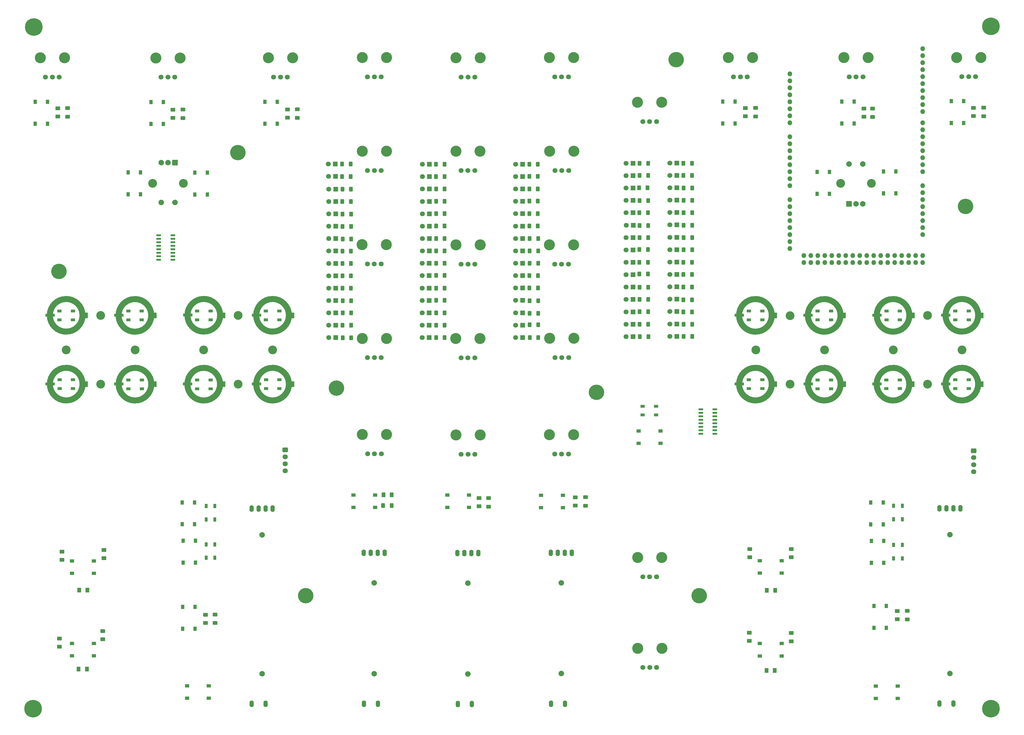
<source format=gts>
%TF.GenerationSoftware,KiCad,Pcbnew,(5.99.0-11071-g7fde05e8ee)*%
%TF.CreationDate,2021-09-22T13:11:59+02:00*%
%TF.ProjectId,Mixduino,4d697864-7569-46e6-9f2e-6b696361645f,rev?*%
%TF.SameCoordinates,Original*%
%TF.FileFunction,Soldermask,Top*%
%TF.FilePolarity,Negative*%
%FSLAX46Y46*%
G04 Gerber Fmt 4.6, Leading zero omitted, Abs format (unit mm)*
G04 Created by KiCad (PCBNEW (5.99.0-11071-g7fde05e8ee)) date 2021-09-22 13:11:59*
%MOMM*%
%LPD*%
G01*
G04 APERTURE LIST*
G04 Aperture macros list*
%AMRoundRect*
0 Rectangle with rounded corners*
0 $1 Rounding radius*
0 $2 $3 $4 $5 $6 $7 $8 $9 X,Y pos of 4 corners*
0 Add a 4 corners polygon primitive as box body*
4,1,4,$2,$3,$4,$5,$6,$7,$8,$9,$2,$3,0*
0 Add four circle primitives for the rounded corners*
1,1,$1+$1,$2,$3*
1,1,$1+$1,$4,$5*
1,1,$1+$1,$6,$7*
1,1,$1+$1,$8,$9*
0 Add four rect primitives between the rounded corners*
20,1,$1+$1,$2,$3,$4,$5,0*
20,1,$1+$1,$4,$5,$6,$7,0*
20,1,$1+$1,$6,$7,$8,$9,0*
20,1,$1+$1,$8,$9,$2,$3,0*%
G04 Aperture macros list end*
%ADD10C,2.200000*%
%ADD11RoundRect,0.250000X-0.625000X0.400000X-0.625000X-0.400000X0.625000X-0.400000X0.625000X0.400000X0*%
%ADD12R,1.800000X1.800000*%
%ADD13C,1.800000*%
%ADD14R,1.300000X1.550000*%
%ADD15C,2.000000*%
%ADD16O,1.600000X2.400000*%
%ADD17O,1.600000X2.462000*%
%ADD18RoundRect,0.250000X0.400000X0.625000X-0.400000X0.625000X-0.400000X-0.625000X0.400000X-0.625000X0*%
%ADD19R,1.500000X1.000000*%
%ADD20R,1.550000X1.300000*%
%ADD21R,3.500000X0.989531*%
%ADD22R,1.000000X2.000000*%
%ADD23RoundRect,0.250000X0.625000X-0.400000X0.625000X0.400000X-0.625000X0.400000X-0.625000X-0.400000X0*%
%ADD24RoundRect,0.150000X-0.725000X-0.150000X0.725000X-0.150000X0.725000X0.150000X-0.725000X0.150000X0*%
%ADD25C,3.600000*%
%ADD26C,6.400000*%
%ADD27C,5.600000*%
%ADD28C,3.200000*%
%ADD29C,4.000000*%
%ADD30RoundRect,0.250000X-0.725000X0.600000X-0.725000X-0.600000X0.725000X-0.600000X0.725000X0.600000X0*%
%ADD31O,1.950000X1.700000*%
%ADD32RoundRect,0.250001X-0.624999X0.462499X-0.624999X-0.462499X0.624999X-0.462499X0.624999X0.462499X0*%
%ADD33RoundRect,0.250001X0.624999X-0.462499X0.624999X0.462499X-0.624999X0.462499X-0.624999X-0.462499X0*%
%ADD34RoundRect,0.250001X-0.462499X-0.624999X0.462499X-0.624999X0.462499X0.624999X-0.462499X0.624999X0*%
%ADD35RoundRect,0.150000X0.725000X0.150000X-0.725000X0.150000X-0.725000X-0.150000X0.725000X-0.150000X0*%
%ADD36R,2.000000X2.000000*%
%ADD37O,1.727200X1.727200*%
%ADD38R,1.000000X1.500000*%
G04 APERTURE END LIST*
D10*
X142930000Y-187030000D02*
G75*
G03*
X142930000Y-187030000I-5939697J0D01*
G01*
X142920000Y-162030000D02*
G75*
G03*
X142920000Y-162030000I-5939697J0D01*
G01*
X167905000Y-162054900D02*
G75*
G03*
X167905000Y-162054900I-5939697J0D01*
G01*
X217925000Y-187044900D02*
G75*
G03*
X217925000Y-187044900I-5939697J0D01*
G01*
X217925000Y-162024900D02*
G75*
G03*
X217925000Y-162024900I-5939697J0D01*
G01*
X418385000Y-162054900D02*
G75*
G03*
X418385000Y-162054900I-5939697J0D01*
G01*
X468405000Y-187034900D02*
G75*
G03*
X468405000Y-187034900I-5939697J0D01*
G01*
X468410000Y-162020000D02*
G75*
G03*
X468410000Y-162020000I-5939697J0D01*
G01*
X443405000Y-162044900D02*
G75*
G03*
X443405000Y-162044900I-5939697J0D01*
G01*
X192905000Y-187054900D02*
G75*
G03*
X192905000Y-187054900I-5939697J0D01*
G01*
X418415000Y-187044900D02*
G75*
G03*
X418415000Y-187044900I-5939697J0D01*
G01*
X443385000Y-187054900D02*
G75*
G03*
X443385000Y-187054900I-5939697J0D01*
G01*
X192940000Y-162010000D02*
G75*
G03*
X192940000Y-162010000I-5939697J0D01*
G01*
X393395000Y-162044900D02*
G75*
G03*
X393395000Y-162044900I-5939697J0D01*
G01*
X167935000Y-187054900D02*
G75*
G03*
X167935000Y-187054900I-5939697J0D01*
G01*
X393400000Y-187040000D02*
G75*
G03*
X393400000Y-187040000I-5939697J0D01*
G01*
D11*
X387500000Y-86650000D03*
X387500000Y-89750000D03*
D12*
X268960200Y-120639200D03*
D13*
X266420200Y-120639200D03*
D14*
X435030000Y-267675000D03*
X435030000Y-275625000D03*
X430530000Y-267675000D03*
X430530000Y-275625000D03*
X179490000Y-243945000D03*
X179490000Y-251895000D03*
X183990000Y-243945000D03*
X183990000Y-251895000D03*
D15*
X248900000Y-292300000D03*
X248900000Y-259300000D03*
D16*
X250170000Y-248368000D03*
X245090000Y-248368000D03*
X247630000Y-248368000D03*
D17*
X252710000Y-248368000D03*
D16*
X245200000Y-303232000D03*
X250280000Y-303232000D03*
D12*
X234904200Y-161154600D03*
D13*
X232364200Y-161154600D03*
D12*
X268960200Y-107139200D03*
D13*
X266420200Y-107139200D03*
D18*
X348364800Y-124699000D03*
X345264800Y-124699000D03*
X308484400Y-165503800D03*
X305384400Y-165503800D03*
X274495437Y-165603800D03*
X271395437Y-165603800D03*
X308434400Y-147603800D03*
X305334400Y-147603800D03*
D12*
X268935200Y-152129200D03*
D13*
X266395200Y-152129200D03*
D19*
X159555000Y-160504900D03*
X159555000Y-163704900D03*
X164455000Y-163704900D03*
X164455000Y-160504900D03*
D20*
X139105000Y-251280000D03*
X147055000Y-251280000D03*
X147055000Y-255780000D03*
X139105000Y-255780000D03*
D12*
X302869600Y-165603800D03*
D13*
X300329600Y-165603800D03*
D12*
X234904200Y-165654600D03*
D13*
X232364200Y-165654600D03*
D21*
X131130000Y-186959531D03*
D22*
X144330000Y-187070000D03*
D18*
X364491200Y-138172000D03*
X361391200Y-138172000D03*
D19*
X346470000Y-195070000D03*
X346470000Y-198270000D03*
X351370000Y-198270000D03*
X351370000Y-195070000D03*
D23*
X442600000Y-272550000D03*
X442600000Y-269450000D03*
D24*
X170625000Y-132955000D03*
X170625000Y-134225000D03*
X170625000Y-135495000D03*
X170625000Y-136765000D03*
X170625000Y-138035000D03*
X170625000Y-139305000D03*
X170625000Y-140575000D03*
X170625000Y-141845000D03*
X175775000Y-141845000D03*
X175775000Y-140575000D03*
X175775000Y-139305000D03*
X175775000Y-138035000D03*
X175775000Y-136765000D03*
X175775000Y-135495000D03*
X175775000Y-134225000D03*
X175775000Y-132955000D03*
D12*
X234904200Y-116154600D03*
D13*
X232364200Y-116154600D03*
D25*
X473000000Y-57000000D03*
D26*
X473000000Y-57000000D03*
D20*
X352955000Y-208580000D03*
X345005000Y-208580000D03*
X352955000Y-204080000D03*
X345005000Y-204080000D03*
D19*
X410065000Y-185510000D03*
X410065000Y-188710000D03*
X414965000Y-188710000D03*
X414965000Y-185510000D03*
D25*
X199390000Y-102870000D03*
D27*
X199390000Y-102870000D03*
D18*
X348464800Y-120299000D03*
X345364800Y-120299000D03*
D28*
X149520000Y-162090000D03*
D18*
X364391200Y-111172000D03*
X361291200Y-111172000D03*
D20*
X309513000Y-227452000D03*
X317463000Y-227452000D03*
X317463000Y-231952000D03*
X309513000Y-231952000D03*
D29*
X136350000Y-68470000D03*
X127550000Y-68470000D03*
D13*
X134450000Y-75470000D03*
X131950000Y-75470000D03*
X129450000Y-75470000D03*
D19*
X134570000Y-160480000D03*
X134570000Y-163680000D03*
X139470000Y-163680000D03*
X139470000Y-160480000D03*
D26*
X125200000Y-57300000D03*
D25*
X125200000Y-57300000D03*
D12*
X302869600Y-143103800D03*
D13*
X300329600Y-143103800D03*
D29*
X210460000Y-68460000D03*
X219260000Y-68460000D03*
D13*
X217360000Y-75460000D03*
X214860000Y-75460000D03*
X212360000Y-75460000D03*
D30*
X216550000Y-210950000D03*
D31*
X216550000Y-213450000D03*
X216550000Y-216030000D03*
X216550000Y-218570000D03*
D14*
X167810000Y-84555000D03*
X167810000Y-92505000D03*
X172310000Y-92505000D03*
X172310000Y-84555000D03*
X433870000Y-238015000D03*
X433870000Y-230065000D03*
X429370000Y-238015000D03*
X429370000Y-230065000D03*
D32*
X439000000Y-269512500D03*
X439000000Y-272487500D03*
D18*
X308484400Y-134103800D03*
X305384400Y-134103800D03*
D33*
X150300000Y-279787500D03*
X150300000Y-276812500D03*
D18*
X308384400Y-125103800D03*
X305284400Y-125103800D03*
D12*
X302869600Y-161103800D03*
D13*
X300329600Y-161103800D03*
D15*
X282980000Y-259370000D03*
X282980000Y-292370000D03*
D16*
X279170000Y-248438000D03*
X284250000Y-248438000D03*
X281710000Y-248438000D03*
D17*
X286790000Y-248438000D03*
D16*
X279280000Y-303302000D03*
X284360000Y-303302000D03*
D12*
X343016600Y-106773600D03*
D13*
X340476600Y-106773600D03*
D32*
X322000000Y-228200000D03*
X322000000Y-231175000D03*
D21*
X131120000Y-161959531D03*
D22*
X144320000Y-162070000D03*
D18*
X240363400Y-111605400D03*
X237263400Y-111605400D03*
D34*
X391612500Y-262000000D03*
X394587500Y-262000000D03*
D33*
X135500000Y-250900000D03*
X135500000Y-247925000D03*
D21*
X156105000Y-161984431D03*
D22*
X169305000Y-162094900D03*
D20*
X180885000Y-296720000D03*
X188835000Y-296720000D03*
X188835000Y-301220000D03*
X180885000Y-301220000D03*
D18*
X274495437Y-156603800D03*
X271395437Y-156603800D03*
D12*
X358907000Y-106672000D03*
D13*
X356367000Y-106672000D03*
D12*
X234904200Y-152154600D03*
D13*
X232364200Y-152154600D03*
D29*
X278600000Y-205550000D03*
X287400000Y-205550000D03*
D13*
X285500000Y-212550000D03*
X283000000Y-212550000D03*
X280500000Y-212550000D03*
D12*
X268935200Y-156629200D03*
D13*
X266395200Y-156629200D03*
D29*
X278610000Y-68440000D03*
X287410000Y-68440000D03*
D13*
X285510000Y-75440000D03*
X283010000Y-75440000D03*
X280510000Y-75440000D03*
D32*
X187600000Y-270900000D03*
X187600000Y-273875000D03*
D12*
X302869600Y-111613800D03*
D13*
X300329600Y-111613800D03*
D28*
X137020000Y-174600000D03*
D18*
X348464800Y-106799000D03*
X345364800Y-106799000D03*
D12*
X234814200Y-107034600D03*
D13*
X232274200Y-107034600D03*
D12*
X302869600Y-138613800D03*
D13*
X300329600Y-138613800D03*
D12*
X358907000Y-120172000D03*
D13*
X356367000Y-120172000D03*
D18*
X240463400Y-116205400D03*
X237363400Y-116205400D03*
D11*
X221000000Y-87150000D03*
X221000000Y-90250000D03*
D18*
X364391200Y-106772000D03*
X361291200Y-106772000D03*
D15*
X458100000Y-241720000D03*
X458100000Y-292220000D03*
D16*
X459370000Y-232220000D03*
X454290000Y-232220000D03*
D17*
X461910000Y-232220000D03*
D16*
X456830000Y-232220000D03*
X459400000Y-303120000D03*
X454320000Y-303120000D03*
D28*
X211980000Y-174570000D03*
D12*
X234904200Y-156654600D03*
D13*
X232364200Y-156654600D03*
D18*
X348464800Y-160699000D03*
X345364800Y-160699000D03*
D21*
X206125000Y-186974431D03*
D22*
X219325000Y-187084900D03*
D33*
X466700000Y-89587500D03*
X466700000Y-86612500D03*
D18*
X348464800Y-151799000D03*
X345364800Y-151799000D03*
D20*
X396975000Y-281320000D03*
X389025000Y-281320000D03*
X396975000Y-285820000D03*
X389025000Y-285820000D03*
D12*
X268935200Y-170129200D03*
D13*
X266395200Y-170129200D03*
D12*
X358907000Y-151672000D03*
D13*
X356367000Y-151672000D03*
D33*
X383800000Y-89687500D03*
X383800000Y-86712500D03*
D14*
X159500000Y-118015000D03*
X159500000Y-110065000D03*
X164000000Y-118015000D03*
X164000000Y-110065000D03*
D35*
X372729200Y-205105000D03*
X372729200Y-203835000D03*
X372729200Y-202565000D03*
X372729200Y-201295000D03*
X372729200Y-200025000D03*
X372729200Y-198755000D03*
X372729200Y-197485000D03*
X372729200Y-196215000D03*
X367579200Y-196215000D03*
X367579200Y-197485000D03*
X367579200Y-198755000D03*
X367579200Y-200025000D03*
X367579200Y-201295000D03*
X367579200Y-202565000D03*
X367579200Y-203835000D03*
X367579200Y-205105000D03*
D29*
X287390000Y-102400000D03*
X278590000Y-102400000D03*
D13*
X285490000Y-109400000D03*
X282990000Y-109400000D03*
X280490000Y-109400000D03*
D12*
X343006600Y-120273600D03*
D13*
X340466600Y-120273600D03*
D29*
X344630000Y-250040000D03*
X353430000Y-250040000D03*
D13*
X351530000Y-257040000D03*
X349030000Y-257040000D03*
X346530000Y-257040000D03*
D18*
X274495437Y-125103800D03*
X271395437Y-125103800D03*
D12*
X234904200Y-143154600D03*
D13*
X232364200Y-143154600D03*
D12*
X268960200Y-116139200D03*
D13*
X266420200Y-116139200D03*
D36*
X421490000Y-121550000D03*
D15*
X426490000Y-121550000D03*
X423990000Y-121550000D03*
D28*
X418390000Y-114050000D03*
X429590000Y-114050000D03*
D15*
X426490000Y-107050000D03*
X421490000Y-107050000D03*
D18*
X274495437Y-134103800D03*
X271395437Y-134103800D03*
D28*
X186980000Y-174580000D03*
D18*
X308384400Y-111503800D03*
X305284400Y-111503800D03*
D28*
X400050000Y-162120000D03*
D12*
X234904200Y-120654600D03*
D13*
X232364200Y-120654600D03*
D12*
X302869600Y-107123800D03*
D13*
X300329600Y-107123800D03*
D18*
X274495437Y-116143800D03*
X271395437Y-116143800D03*
D12*
X268960200Y-138639200D03*
D13*
X266420200Y-138639200D03*
D33*
X217400000Y-90187500D03*
X217400000Y-87212500D03*
D20*
X439145000Y-296744000D03*
X431195000Y-296744000D03*
X439145000Y-301244000D03*
X431195000Y-301244000D03*
D12*
X268935200Y-165629200D03*
D13*
X266395200Y-165629200D03*
D21*
X206125000Y-161954431D03*
D22*
X219325000Y-162064900D03*
D18*
X348564800Y-169799000D03*
X345464800Y-169799000D03*
X364491200Y-165272000D03*
X361391200Y-165272000D03*
D12*
X234904200Y-147654600D03*
D13*
X232364200Y-147654600D03*
D27*
X358648000Y-69088000D03*
D25*
X358648000Y-69088000D03*
D18*
X348364800Y-142799000D03*
X345264800Y-142799000D03*
X240563400Y-134305400D03*
X237463400Y-134305400D03*
D12*
X358907000Y-147172000D03*
D13*
X356367000Y-147172000D03*
D27*
X463804000Y-122428000D03*
D25*
X463804000Y-122428000D03*
D12*
X358907000Y-124672000D03*
D13*
X356367000Y-124672000D03*
D18*
X308384400Y-129603800D03*
X305284400Y-129603800D03*
X364491200Y-129272000D03*
X361391200Y-129272000D03*
D20*
X147025000Y-281250000D03*
X139075000Y-281250000D03*
X139075000Y-285750000D03*
X147025000Y-285750000D03*
D33*
X400500000Y-280487500D03*
X400500000Y-277512500D03*
D18*
X274495437Y-147503800D03*
X271395437Y-147503800D03*
X240413400Y-120705400D03*
X237313400Y-120705400D03*
D12*
X302869600Y-170103800D03*
D13*
X300329600Y-170103800D03*
D18*
X348364800Y-146999000D03*
X345264800Y-146999000D03*
D33*
X175800000Y-90287500D03*
X175800000Y-87312500D03*
D14*
X423320000Y-92305000D03*
X423320000Y-84355000D03*
X418820000Y-92305000D03*
X418820000Y-84355000D03*
D28*
X462510000Y-174590000D03*
D18*
X274495437Y-120603800D03*
X271395437Y-120603800D03*
D12*
X358907000Y-142672000D03*
D13*
X356367000Y-142672000D03*
D14*
X179330000Y-275985000D03*
X179330000Y-268035000D03*
X183830000Y-275985000D03*
X183830000Y-268035000D03*
D18*
X308434400Y-152103800D03*
X305334400Y-152103800D03*
D27*
X134366000Y-146050000D03*
D25*
X134366000Y-146050000D03*
D29*
X377590000Y-68380000D03*
X386390000Y-68380000D03*
D13*
X384490000Y-75380000D03*
X381990000Y-75380000D03*
X379490000Y-75380000D03*
D18*
X240463400Y-143205400D03*
X237363400Y-143205400D03*
D29*
X244590000Y-102380000D03*
X253390000Y-102380000D03*
D13*
X251490000Y-109380000D03*
X248990000Y-109380000D03*
X246490000Y-109380000D03*
D18*
X274445437Y-111603800D03*
X271345437Y-111603800D03*
D29*
X312696975Y-102402186D03*
X321496975Y-102402186D03*
D13*
X319596975Y-109402186D03*
X317096975Y-109402186D03*
X314596975Y-109402186D03*
D12*
X234904200Y-138654600D03*
D13*
X232364200Y-138654600D03*
D21*
X406585000Y-161984431D03*
D22*
X419785000Y-162094900D03*
D18*
X274495437Y-129603800D03*
X271395437Y-129603800D03*
D19*
X184555000Y-185504900D03*
X184555000Y-188704900D03*
X189455000Y-188704900D03*
X189455000Y-185504900D03*
D18*
X364491200Y-133772000D03*
X361391200Y-133772000D03*
D28*
X387560000Y-174630000D03*
D12*
X343006600Y-133773600D03*
D13*
X340466600Y-133773600D03*
D18*
X308384400Y-107103800D03*
X305284400Y-107103800D03*
D12*
X358907000Y-169672000D03*
D13*
X356367000Y-169672000D03*
D25*
X235204000Y-188468000D03*
D27*
X235204000Y-188468000D03*
D23*
X325700000Y-231250000D03*
X325700000Y-228150000D03*
D12*
X268935200Y-147629200D03*
D13*
X266395200Y-147629200D03*
D32*
X287000000Y-228412500D03*
X287000000Y-231387500D03*
D12*
X358907000Y-115672000D03*
D13*
X356367000Y-115672000D03*
D12*
X302869600Y-129613800D03*
D13*
X300329600Y-129613800D03*
D28*
X450000000Y-162100000D03*
D20*
X397025000Y-251250000D03*
X389075000Y-251250000D03*
X389075000Y-255750000D03*
X397025000Y-255750000D03*
D18*
X240513200Y-165633400D03*
X237413200Y-165633400D03*
X348464800Y-133799000D03*
X345364800Y-133799000D03*
D29*
X419610000Y-68390000D03*
X428410000Y-68390000D03*
D13*
X426510000Y-75390000D03*
X424010000Y-75390000D03*
X421510000Y-75390000D03*
D14*
X209230000Y-84475000D03*
X209230000Y-92425000D03*
X213730000Y-84475000D03*
X213730000Y-92425000D03*
D12*
X268960200Y-134139200D03*
D13*
X266420200Y-134139200D03*
D29*
X287400000Y-136430000D03*
X278600000Y-136430000D03*
D13*
X285500000Y-143430000D03*
X283000000Y-143430000D03*
X280500000Y-143430000D03*
D14*
X409880000Y-117865000D03*
X409880000Y-109915000D03*
X414380000Y-117865000D03*
X414380000Y-109915000D03*
D12*
X358907000Y-138172000D03*
D13*
X356367000Y-138172000D03*
D33*
X150700000Y-250275000D03*
X150700000Y-247300000D03*
D21*
X456605000Y-186964431D03*
D22*
X469805000Y-187074900D03*
D18*
X274495437Y-152160273D03*
X271395437Y-152160273D03*
X348264800Y-115699000D03*
X345164800Y-115699000D03*
X348464800Y-111199000D03*
X345364800Y-111199000D03*
D21*
X456610000Y-161949531D03*
D22*
X469810000Y-162060000D03*
D15*
X316870000Y-259250000D03*
X316870000Y-292250000D03*
D16*
X313060000Y-248318000D03*
X318140000Y-248318000D03*
X315600000Y-248318000D03*
D17*
X320680000Y-248318000D03*
D16*
X318250000Y-303182000D03*
X313170000Y-303182000D03*
D12*
X343021600Y-129273600D03*
D13*
X340481600Y-129273600D03*
D34*
X391512500Y-291100000D03*
X394487500Y-291100000D03*
D18*
X348464800Y-165299000D03*
X345364800Y-165299000D03*
D12*
X358907000Y-165172000D03*
D13*
X356367000Y-165172000D03*
D18*
X274495437Y-138603800D03*
X271395437Y-138603800D03*
D37*
X399957500Y-74315000D03*
X399957500Y-81935000D03*
X399957500Y-84475000D03*
X448217500Y-140355000D03*
X448217500Y-142895000D03*
X399957500Y-97175000D03*
X399957500Y-99715000D03*
X399957500Y-102255000D03*
X399957500Y-104795000D03*
X399957500Y-107335000D03*
X399957500Y-109875000D03*
X399957500Y-112415000D03*
X399957500Y-114955000D03*
X399957500Y-120035000D03*
X399957500Y-122575000D03*
X399957500Y-125115000D03*
X399957500Y-127655000D03*
X399957500Y-130195000D03*
X399957500Y-132735000D03*
X399957500Y-135275000D03*
X399957500Y-137815000D03*
X448217500Y-70251000D03*
X448217500Y-109875000D03*
X448217500Y-107335000D03*
X448217500Y-104795000D03*
X448217500Y-102255000D03*
X448217500Y-99715000D03*
X448217500Y-97175000D03*
X448217500Y-94635000D03*
X448217500Y-92095000D03*
X448217500Y-88031000D03*
X448217500Y-85491000D03*
X448217500Y-82951000D03*
X448217500Y-80411000D03*
X448217500Y-77871000D03*
X448217500Y-75331000D03*
X448217500Y-114955000D03*
X448217500Y-117495000D03*
X448217500Y-120035000D03*
X448217500Y-122575000D03*
X448217500Y-125115000D03*
X448217500Y-127655000D03*
X448217500Y-130195000D03*
X448217500Y-132735000D03*
X445677500Y-140355000D03*
X445677500Y-142895000D03*
X443137500Y-140355000D03*
X443137500Y-142895000D03*
X440597500Y-140355000D03*
X440597500Y-142895000D03*
X438057500Y-140355000D03*
X438057500Y-142895000D03*
X435517500Y-140355000D03*
X435517500Y-142895000D03*
X432977500Y-140355000D03*
X432977500Y-142895000D03*
X430437500Y-140355000D03*
X430437500Y-142895000D03*
X427897500Y-140355000D03*
X427897500Y-142895000D03*
X425357500Y-140355000D03*
X425357500Y-142895000D03*
X422817500Y-140355000D03*
X422817500Y-142895000D03*
X420277500Y-140355000D03*
X420277500Y-142895000D03*
X417737500Y-140355000D03*
X417737500Y-142895000D03*
X415197500Y-140355000D03*
X415197500Y-142895000D03*
X412657500Y-140355000D03*
X412657500Y-142895000D03*
X410117500Y-140355000D03*
X410117500Y-142895000D03*
X407577500Y-140355000D03*
X407577500Y-142895000D03*
X448217500Y-72791000D03*
X399957500Y-87015000D03*
X399957500Y-89555000D03*
X405037500Y-140355000D03*
X405037500Y-142895000D03*
X399957500Y-76855000D03*
X399957500Y-79395000D03*
X448217500Y-65171000D03*
X448217500Y-67711000D03*
X399957500Y-92095000D03*
D34*
X141512500Y-290600000D03*
X144487500Y-290600000D03*
D29*
X321410000Y-68380000D03*
X312610000Y-68380000D03*
D13*
X319510000Y-75380000D03*
X317010000Y-75380000D03*
X314510000Y-75380000D03*
D33*
X134500000Y-282487500D03*
X134500000Y-279512500D03*
D14*
X375540000Y-92305000D03*
X375540000Y-84355000D03*
X380040000Y-92305000D03*
X380040000Y-84355000D03*
D33*
X385400000Y-249987500D03*
X385400000Y-247012500D03*
D29*
X278570000Y-170460000D03*
X287370000Y-170460000D03*
D13*
X285470000Y-177460000D03*
X282970000Y-177460000D03*
X280470000Y-177460000D03*
D14*
X458610000Y-84205000D03*
X458610000Y-92155000D03*
X463110000Y-92155000D03*
X463110000Y-84205000D03*
D28*
X162020000Y-174580000D03*
D19*
X134580000Y-185460000D03*
X134580000Y-188660000D03*
X139480000Y-188660000D03*
X139480000Y-185460000D03*
D18*
X308384400Y-116103800D03*
X305284400Y-116103800D03*
D23*
X290500000Y-231550000D03*
X290500000Y-228450000D03*
D25*
X329692000Y-189992000D03*
D27*
X329692000Y-189992000D03*
D11*
X137500000Y-86750000D03*
X137500000Y-89850000D03*
D38*
X187830000Y-236270000D03*
X191030000Y-236270000D03*
X191030000Y-231370000D03*
X187830000Y-231370000D03*
D18*
X274495437Y-170103800D03*
X271395437Y-170103800D03*
D29*
X253350000Y-136330000D03*
X244550000Y-136330000D03*
D13*
X251450000Y-143330000D03*
X248950000Y-143330000D03*
X246450000Y-143330000D03*
D12*
X358907000Y-160672000D03*
D13*
X356367000Y-160672000D03*
D19*
X435055000Y-160494900D03*
X435055000Y-163694900D03*
X439955000Y-163694900D03*
X439955000Y-160494900D03*
D18*
X308384400Y-120503800D03*
X305284400Y-120503800D03*
D19*
X184590000Y-160460000D03*
X184590000Y-163660000D03*
X189490000Y-163660000D03*
X189490000Y-160460000D03*
X385050000Y-185470000D03*
X385050000Y-188670000D03*
X389950000Y-188670000D03*
X389950000Y-185470000D03*
D33*
X385200000Y-280387500D03*
X385200000Y-277412500D03*
D14*
X188260000Y-110145000D03*
X188260000Y-118095000D03*
X183760000Y-110145000D03*
X183760000Y-118095000D03*
D11*
X470400000Y-86550000D03*
X470400000Y-89650000D03*
D28*
X412550000Y-174620000D03*
D19*
X209590000Y-185480000D03*
X209590000Y-188680000D03*
X214490000Y-188680000D03*
X214490000Y-185480000D03*
D12*
X343006600Y-165273600D03*
D13*
X340466600Y-165273600D03*
D19*
X435030000Y-185490000D03*
X435030000Y-188690000D03*
X439930000Y-188690000D03*
X439930000Y-185490000D03*
D38*
X187840000Y-250170000D03*
X191040000Y-250170000D03*
X191040000Y-245270000D03*
X187840000Y-245270000D03*
D12*
X302869600Y-116113800D03*
D13*
X300329600Y-116113800D03*
D12*
X343006600Y-169773600D03*
D13*
X340466600Y-169773600D03*
D18*
X364391200Y-142772000D03*
X361291200Y-142772000D03*
D26*
X125000000Y-305000000D03*
D25*
X125000000Y-305000000D03*
D18*
X348464800Y-129399000D03*
X345364800Y-129399000D03*
D28*
X400060000Y-187090000D03*
D18*
X240513400Y-129705400D03*
X237413400Y-129705400D03*
D15*
X208170000Y-241800000D03*
X208170000Y-292300000D03*
D16*
X209440000Y-232300000D03*
X204360000Y-232300000D03*
D17*
X211980000Y-232300000D03*
D16*
X206900000Y-232300000D03*
X204390000Y-303200000D03*
X209470000Y-303200000D03*
D11*
X430000000Y-86850000D03*
X430000000Y-89950000D03*
D18*
X240563400Y-156705400D03*
X237463400Y-156705400D03*
D29*
X321400000Y-205450000D03*
X312600000Y-205450000D03*
D13*
X319500000Y-212450000D03*
X317000000Y-212450000D03*
X314500000Y-212450000D03*
D26*
X473000000Y-305000000D03*
D25*
X473000000Y-305000000D03*
D33*
X400500000Y-249987500D03*
X400500000Y-247012500D03*
D34*
X252312500Y-227300000D03*
X255287500Y-227300000D03*
D28*
X437510000Y-174610000D03*
D34*
X141712500Y-261900000D03*
X144687500Y-261900000D03*
D12*
X302869600Y-147603800D03*
D13*
X300329600Y-147603800D03*
D12*
X234904200Y-129654600D03*
D13*
X232364200Y-129654600D03*
D12*
X302869600Y-152103800D03*
D13*
X300329600Y-152103800D03*
D18*
X240363400Y-107005400D03*
X237263400Y-107005400D03*
X240563400Y-161105400D03*
X237463400Y-161105400D03*
D21*
X431605000Y-161974431D03*
D22*
X444805000Y-162084900D03*
D29*
X244560000Y-68370000D03*
X253360000Y-68370000D03*
D13*
X251460000Y-75370000D03*
X248960000Y-75370000D03*
X246460000Y-75370000D03*
D38*
X437630000Y-236190000D03*
X440830000Y-236190000D03*
X440830000Y-231290000D03*
X437630000Y-231290000D03*
D12*
X302869600Y-120613800D03*
D13*
X300329600Y-120613800D03*
D12*
X358907000Y-111172000D03*
D13*
X356367000Y-111172000D03*
D18*
X308484400Y-156703800D03*
X305384400Y-156703800D03*
D12*
X343006600Y-142773600D03*
D13*
X340466600Y-142773600D03*
D29*
X353400000Y-84648012D03*
X344600000Y-84648012D03*
D13*
X351500000Y-91648012D03*
X349000000Y-91648012D03*
X346500000Y-91648012D03*
D12*
X302869600Y-134113800D03*
D13*
X300329600Y-134113800D03*
D27*
X224028000Y-263906000D03*
D25*
X224028000Y-263906000D03*
D12*
X343006600Y-151773600D03*
D13*
X340466600Y-151773600D03*
D21*
X181105000Y-186984431D03*
D22*
X194305000Y-187094900D03*
D12*
X302869600Y-125113800D03*
D13*
X300329600Y-125113800D03*
D19*
X209575000Y-160474900D03*
X209575000Y-163674900D03*
X214475000Y-163674900D03*
X214475000Y-160474900D03*
D12*
X343006600Y-147273600D03*
D13*
X340466600Y-147273600D03*
D12*
X268960200Y-125139200D03*
D13*
X266420200Y-125139200D03*
D28*
X199470000Y-162080000D03*
D12*
X358907000Y-156172000D03*
D13*
X356367000Y-156172000D03*
D12*
X268960200Y-111639200D03*
D13*
X266420200Y-111639200D03*
D20*
X275463000Y-227312000D03*
X283413000Y-227312000D03*
X275463000Y-231812000D03*
X283413000Y-231812000D03*
D18*
X240463400Y-152205400D03*
X237363400Y-152205400D03*
D29*
X312700000Y-170400000D03*
X321500000Y-170400000D03*
D13*
X319600000Y-177400000D03*
X317100000Y-177400000D03*
X314600000Y-177400000D03*
D19*
X159585000Y-185504900D03*
X159585000Y-188704900D03*
X164485000Y-188704900D03*
X164485000Y-185504900D03*
D29*
X353460000Y-283040000D03*
X344660000Y-283040000D03*
D13*
X351560000Y-290040000D03*
X349060000Y-290040000D03*
X346560000Y-290040000D03*
D30*
X466750000Y-211250000D03*
D31*
X466750000Y-213750000D03*
X466750000Y-216330000D03*
X466750000Y-218870000D03*
D19*
X460055000Y-185484900D03*
X460055000Y-188684900D03*
X464955000Y-188684900D03*
X464955000Y-185484900D03*
D18*
X240513400Y-125205400D03*
X237413400Y-125205400D03*
D23*
X191100000Y-273850000D03*
X191100000Y-270750000D03*
D29*
X169570000Y-68480000D03*
X178370000Y-68480000D03*
D13*
X176470000Y-75480000D03*
X173970000Y-75480000D03*
X171470000Y-75480000D03*
D12*
X343006600Y-115773600D03*
D13*
X340466600Y-115773600D03*
D14*
X429600000Y-244055000D03*
X429600000Y-252005000D03*
X434100000Y-244055000D03*
X434100000Y-252005000D03*
D12*
X234904200Y-134154600D03*
D13*
X232364200Y-134154600D03*
D19*
X410035000Y-160504900D03*
X410035000Y-163704900D03*
X414935000Y-163704900D03*
X414935000Y-160504900D03*
D27*
X367030000Y-263906000D03*
D25*
X367030000Y-263906000D03*
D12*
X358907000Y-129172000D03*
D13*
X356367000Y-129172000D03*
D18*
X308484400Y-138603800D03*
X305384400Y-138603800D03*
D12*
X343006600Y-111273600D03*
D13*
X340466600Y-111273600D03*
D19*
X460060000Y-160470000D03*
X460060000Y-163670000D03*
X464960000Y-163670000D03*
X464960000Y-160470000D03*
D21*
X406615000Y-186974431D03*
D22*
X419815000Y-187084900D03*
D29*
X244610000Y-205350000D03*
X253410000Y-205350000D03*
D13*
X251510000Y-212350000D03*
X249010000Y-212350000D03*
X246510000Y-212350000D03*
D12*
X268960200Y-129639200D03*
D13*
X266420200Y-129639200D03*
D18*
X308484400Y-161303800D03*
X305384400Y-161303800D03*
D29*
X321410000Y-136430000D03*
X312610000Y-136430000D03*
D13*
X319510000Y-143430000D03*
X317010000Y-143430000D03*
X314510000Y-143430000D03*
D18*
X308484400Y-143103800D03*
X305384400Y-143103800D03*
X255250000Y-231200000D03*
X252150000Y-231200000D03*
D12*
X302869600Y-156603800D03*
D13*
X300329600Y-156603800D03*
D12*
X268935200Y-161129200D03*
D13*
X266395200Y-161129200D03*
D18*
X240563400Y-170205400D03*
X237463400Y-170205400D03*
D12*
X234904200Y-170154600D03*
D13*
X232364200Y-170154600D03*
D18*
X274495437Y-161103800D03*
X271395437Y-161103800D03*
D12*
X343006600Y-124773600D03*
D13*
X340466600Y-124773600D03*
D21*
X431585000Y-186984431D03*
D22*
X444785000Y-187094900D03*
D18*
X364391200Y-151772000D03*
X361291200Y-151772000D03*
X274495437Y-143103800D03*
X271395437Y-143103800D03*
X364491200Y-124772000D03*
X361391200Y-124772000D03*
D21*
X181140000Y-161939531D03*
D22*
X194340000Y-162050000D03*
D12*
X234904200Y-125154600D03*
D13*
X232364200Y-125154600D03*
D18*
X364491200Y-169672000D03*
X361391200Y-169672000D03*
D33*
X133900000Y-89787500D03*
X133900000Y-86812500D03*
D21*
X381595000Y-161974431D03*
D22*
X394795000Y-162084900D03*
D14*
X438470000Y-109785000D03*
X438470000Y-117735000D03*
X433970000Y-109785000D03*
X433970000Y-117735000D03*
D21*
X156135000Y-186984431D03*
D22*
X169335000Y-187094900D03*
D12*
X358907000Y-133672000D03*
D13*
X356367000Y-133672000D03*
D36*
X176500000Y-106530000D03*
D15*
X171500000Y-106530000D03*
X174000000Y-106530000D03*
D28*
X168400000Y-114030000D03*
X179600000Y-114030000D03*
D15*
X171500000Y-121030000D03*
X176500000Y-121030000D03*
D21*
X381600000Y-186969531D03*
D22*
X394800000Y-187080000D03*
D38*
X437670000Y-250360000D03*
X440870000Y-250360000D03*
X440870000Y-245460000D03*
X437670000Y-245460000D03*
D18*
X240462400Y-147701000D03*
X237362400Y-147701000D03*
D28*
X149520000Y-187070000D03*
D12*
X234854200Y-111554600D03*
D13*
X232314200Y-111554600D03*
D14*
X179160000Y-237975000D03*
X179160000Y-230025000D03*
X183660000Y-237975000D03*
X183660000Y-230025000D03*
D18*
X364391200Y-160772000D03*
X361291200Y-160772000D03*
D11*
X179400000Y-87250000D03*
X179400000Y-90350000D03*
D12*
X343006600Y-156273600D03*
D13*
X340466600Y-156273600D03*
D18*
X364391200Y-156372000D03*
X361291200Y-156372000D03*
D33*
X426900000Y-89887500D03*
X426900000Y-86912500D03*
D18*
X274445437Y-107103800D03*
X271345437Y-107103800D03*
D28*
X450020000Y-187090000D03*
D18*
X348364800Y-138099000D03*
X345264800Y-138099000D03*
D20*
X249293000Y-227362000D03*
X241343000Y-227362000D03*
X249293000Y-231862000D03*
X241343000Y-231862000D03*
D28*
X199490000Y-187060000D03*
D12*
X343006600Y-160773600D03*
D13*
X340466600Y-160773600D03*
D18*
X364491200Y-120272000D03*
X361391200Y-120272000D03*
X308534400Y-170103800D03*
X305434400Y-170103800D03*
X240463400Y-138705400D03*
X237363400Y-138705400D03*
D12*
X343006600Y-138273600D03*
D13*
X340466600Y-138273600D03*
D18*
X364491200Y-115772000D03*
X361391200Y-115772000D03*
D14*
X125740000Y-84455000D03*
X125740000Y-92405000D03*
X130240000Y-84455000D03*
X130240000Y-92405000D03*
D29*
X244580000Y-170420000D03*
X253380000Y-170420000D03*
D13*
X251480000Y-177420000D03*
X248980000Y-177420000D03*
X246480000Y-177420000D03*
D12*
X268935200Y-143129200D03*
D13*
X266395200Y-143129200D03*
D29*
X460570000Y-68330000D03*
X469370000Y-68330000D03*
D13*
X467470000Y-75330000D03*
X464970000Y-75330000D03*
X462470000Y-75330000D03*
D19*
X385060000Y-160490000D03*
X385060000Y-163690000D03*
X389960000Y-163690000D03*
X389960000Y-160490000D03*
D18*
X364391200Y-147172000D03*
X361291200Y-147172000D03*
X348464800Y-156199000D03*
X345364800Y-156199000D03*
M02*

</source>
